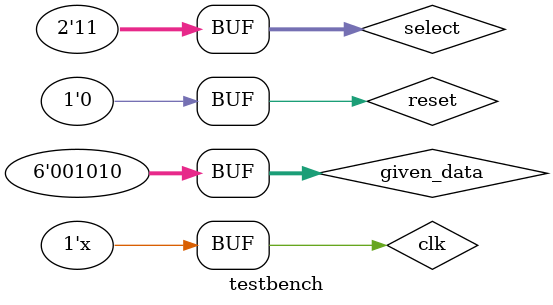
<source format=v>
`timescale 1ns/1ps
module testbench;

    // Testbench signals
    reg clk;
    reg reset;
    reg [1:0] select;
    reg [5:0] given_data;
    wire [5:0] Result;

    // Instantiate DUT
    item DUT (
        .clk(clk),
        .reset(reset),
        .select(select),
        .given_data(given_data),
        .Result(Result)
    );

    // Clock generation: 10ns period
    always #5 clk = ~clk;

    initial begin
        // Initialize signals
        clk = 1;
        reset = 1;
        
             // Apply reset
        #100 reset = 0;
        select = 2'b00;
        given_data = 6'd0;
   

        // -------------------------------
        // 1. Select item type (pen, cost=2)
        // -------------------------------
        #200 
        select = 2'b01;   // itemtype_select
        given_data = 6'd0;  // select itemtype[0] = pen
        // -------------------------------
        // 2. Enter quantity (3 pens)
        // -------------------------------
        #200 select = 2'b10;   // itemno_select
            given_data = 6'd3; // quantity = 3


        // -------------------------------
        // 3. Make payment
        // -------------------------------
        #200 select = 2'b11;   // payment
            given_data = 6'd6; // paying 6

        // -------------------------------
        // 4. Select another item (gum, cost=5)
        // -------------------------------
        #200 select = 2'b01;
            given_data = 6'd7; // gum


        #200 select = 2'b10;
            given_data = 6'd2; // 2 gums

        #200 select = 2'b11;
            given_data = 6'd10; // pay 10
        #200;

        // Finish simulation
     
    end

    // Monitor outputs
    initial begin
        $monitor("Time=%0t | Reset=%b | Select=%b | Data=%d | Result=%d",
                  $time, reset, select, given_data, Result);
    end

endmodule

</source>
